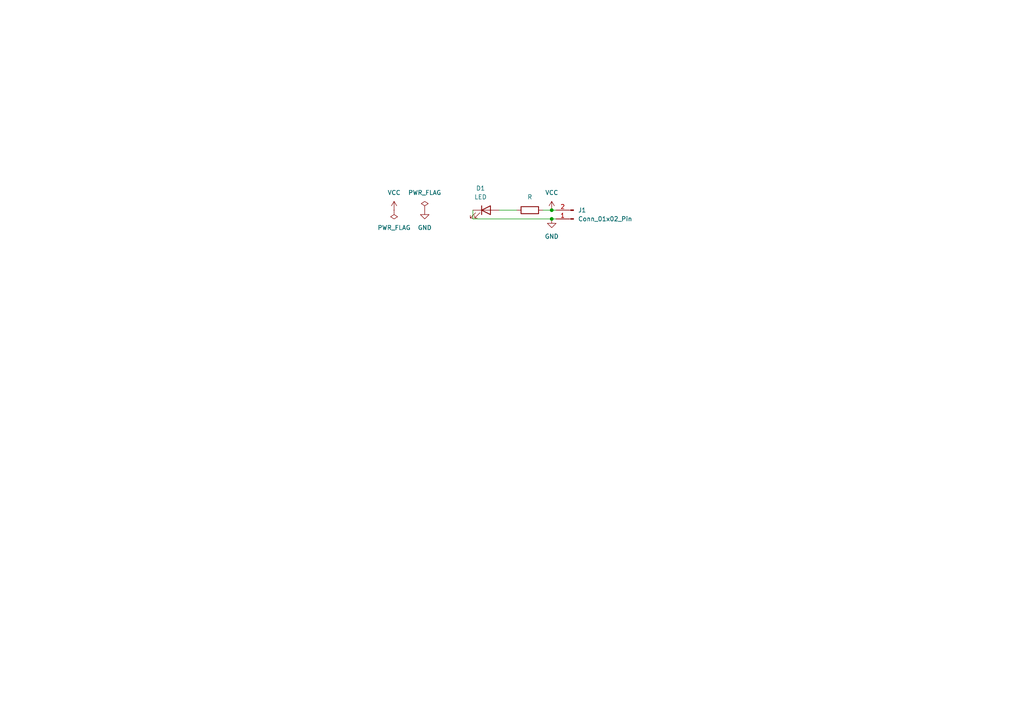
<source format=kicad_sch>
(kicad_sch (version 20250114) (generator "eeschema") (generator_version "9.0")
  (paper "A4")
  (lib_symbols
    (symbol "Connector:Conn_01x02_Pin" (pin_names (offset 1.016) (hide yes))
      (property "Reference" "J" (at 0 2.54 0))
      (property "Value" "Conn_01x02_Pin" (at 0 -5.08 0))
      (symbol "Conn_01x02_Pin_1_1"
        (rectangle (start 0.8636 0.127) (end 0 -0.127) (stroke (width 0.1524)) (fill (type outline)))
        (rectangle (start 0.8636 -2.413) (end 0 -2.667) (stroke (width 0.1524)) (fill (type outline)))
        (polyline (pts (xy 1.27 0) (xy 0.8636 0)) (stroke (width 0.1524)))
        (polyline (pts (xy 1.27 -2.54) (xy 0.8636 -2.54)) (stroke (width 0.1524)))
        (pin passive line (at 5.08 0 180) (length 3.81) (name "Pin_1") (number "1"))
        (pin passive line (at 5.08 -2.54 180) (length 3.81) (name "Pin_2") (number "2"))
      )
    )
    (symbol "Device:LED" (pin_numbers (hide yes)) (pin_names (offset 1.016) (hide yes))
      (property "Reference" "D" (at 0 2.54 0))
      (property "Value" "LED" (at 0 -2.54 0))
      (symbol "LED_0_1"
        (polyline (pts (xy -3.048 -0.762) (xy -4.572 -2.286) (xy -3.81 -2.286) (xy -4.572 -2.286) (xy -4.572 -1.524)))
        (polyline (pts (xy -1.778 -0.762) (xy -3.302 -2.286) (xy -2.54 -2.286) (xy -3.302 -2.286) (xy -3.302 -1.524)))
        (polyline (pts (xy -1.27 0) (xy 1.27 0)))
        (polyline (pts (xy -1.27 -1.27) (xy -1.27 1.27)) (stroke (width 0.254)))
        (polyline (pts (xy 1.27 -1.27) (xy 1.27 1.27) (xy -1.27 0) (xy 1.27 -1.27)) (stroke (width 0.254)))
      )
      (symbol "LED_1_1"
        (pin passive line (at -3.81 0 0) (length 2.54) (name "K") (number "1"))
        (pin passive line (at 3.81 0 180) (length 2.54) (name "A") (number "2"))
      )
    )
    (symbol "Device:R" (pin_numbers (hide yes)) (pin_names (offset 0))
      (property "Reference" "R" (at 2.032 0 90))
      (property "Value" "R" (at 0 0 90))
      (symbol "R_0_1"
        (rectangle (start -1.016 -2.54) (end 1.016 2.54) (stroke (width 0.254)))
      )
      (symbol "R_1_1"
        (pin passive line (at 0 3.81 270) (length 1.27) (name "~") (number "1"))
        (pin passive line (at 0 -3.81 90) (length 1.27) (name "~") (number "2"))
      )
    )
    (symbol "power:GND" (power) (pin_numbers (hide yes)) (pin_names (offset 0) (hide yes))
      (property "Value" "GND" (at 0 -3.81 0))
      (symbol "GND_0_1"
        (polyline (pts (xy 0 0) (xy 0 -1.27) (xy 1.27 -1.27) (xy 0 -2.54) (xy -1.27 -1.27) (xy 0 -1.27)))
      )
      (symbol "GND_1_1"
        (pin power_in line (at 0 0 270) (length 0) (name "~") (number "1"))
      )
    )
    (symbol "power:PWR_FLAG" (power) (pin_numbers (hide yes)) (pin_names (offset 0) (hide yes))
      (property "Value" "PWR_FLAG" (at 0 3.81 0))
      (symbol "PWR_FLAG_0_0"
        (pin power_out line (at 0 0 90) (length 0) (name "~") (number "1"))
      )
      (symbol "PWR_FLAG_0_1"
        (polyline (pts (xy 0 0) (xy 0 1.27) (xy -1.016 1.905) (xy 0 2.54) (xy 1.016 1.905) (xy 0 1.27)))
      )
    )
    (symbol "power:VCC" (power) (pin_numbers (hide yes)) (pin_names (offset 0) (hide yes))
      (property "Value" "VCC" (at 0 3.556 0))
      (symbol "VCC_0_1"
        (polyline (pts (xy -0.762 1.27) (xy 0 2.54)))
        (polyline (pts (xy 0 2.54) (xy 0.762 1.27)))
        (polyline (pts (xy 0 0) (xy 0 2.54)))
      )
      (symbol "VCC_1_1"
        (pin power_in line (at 0 0 90) (length 0) (name "~") (number "1"))
      )
    )
  )
  (junction (at 160.02 63.5))
  (junction (at 160.02 60.96))
  (wire (pts (xy 137.16 60.96) (xy 137.16 63.5)))
  (wire (pts (xy 157.48 60.96) (xy 160.02 60.96)))
  (wire (pts (xy 144.78 60.96) (xy 149.86 60.96)))
  (wire (pts (xy 160.02 60.96) (xy 161.29 60.96)))
  (wire (pts (xy 160.02 63.5) (xy 161.29 63.5)))
  (wire (pts (xy 137.16 63.5) (xy 160.02 63.5)))
  (symbol (lib_id "Connector:Conn_01x02_Pin") (at 166.37 63.5 180) (unit 1)
    (property "Reference" "J1" (at 167.64 60.9599 0) (effects (justify right)))
    (property "Value" "Conn_01x02_Pin" (at 167.64 63.4999 0) (effects (justify right)))
    (property "Footprint" "Connector_JST:JST_EH_B2B-EH-A_1x02_P2.50mm_Vertical" (effects (hide yes)))
    (property "Description" "Generic connector, single row, 01x02, script generated" (effects (hide yes)))
  )
  (symbol (lib_id "power:PWR_FLAG") (at 123.19 60.96 0) (unit 1)
    (property "Reference" "#FLG01" (effects (hide yes)))
    (property "Value" "PWR_FLAG" (at 123.19 55.88 0))
    (property "Description" "Special symbol for telling ERC where power comes from" (effects (hide yes)))
  )
  (symbol (lib_id "Device:R") (at 153.67 60.96 90) (unit 1)
    (property "Reference" "R1" (effects (hide yes)))
    (property "Value" "R" (at 153.67 57.15 90))
    (property "Footprint" "LED_SMD:LED_0805_2012Metric" (effects (hide yes)))
    (property "Description" "Resistor" (effects (hide yes)))
  )
  (symbol (lib_id "Device:LED") (at 140.97 60.96 0) (unit 1)
    (property "Reference" "D1" (at 139.3825 54.61 0))
    (property "Value" "LED" (at 139.3825 57.15 0))
    (property "Footprint" "LED_SMD:LED_0805_2012Metric" (effects (hide yes)))
    (property "Description" "Light emitting diode" (effects (hide yes)))
    (property "Sim.Pins" "1=K 2=A" (effects (hide yes)))
  )
  (symbol (lib_id "power:GND") (at 160.02 63.5 0) (unit 1)
    (property "Reference" "#PWR04" (effects (hide yes)))
    (property "Value" "GND" (at 160.02 68.58 0))
    (property "Description" "Power symbol creates a global label with name \"GND\" , ground" (effects (hide yes)))
  )
  (symbol (lib_id "power:PWR_FLAG") (at 114.3 60.96 180) (unit 1)
    (property "Reference" "#FLG02" (effects (hide yes)))
    (property "Value" "PWR_FLAG" (at 114.3 66.04 0))
    (property "Description" "Special symbol for telling ERC where power comes from" (effects (hide yes)))
  )
  (symbol (lib_id "power:GND") (at 123.19 60.96 0) (unit 1)
    (property "Reference" "#PWR02" (effects (hide yes)))
    (property "Value" "GND" (at 123.19 66.04 0))
    (property "Description" "Power symbol creates a global label with name \"GND\" , ground" (effects (hide yes)))
  )
  (symbol (lib_id "power:VCC") (at 114.3 60.96 0) (unit 1)
    (property "Reference" "#PWR01" (effects (hide yes)))
    (property "Value" "VCC" (at 114.3 55.88 0))
    (property "Description" "Power symbol creates a global label with name \"VCC\"" (effects (hide yes)))
  )
  (symbol (lib_id "power:VCC") (at 160.02 60.96 0) (unit 1)
    (property "Reference" "#PWR03" (effects (hide yes)))
    (property "Value" "VCC" (at 160.02 55.88 0))
    (property "Description" "Power symbol creates a global label with name \"VCC\"" (effects (hide yes)))
  )
)
</source>
